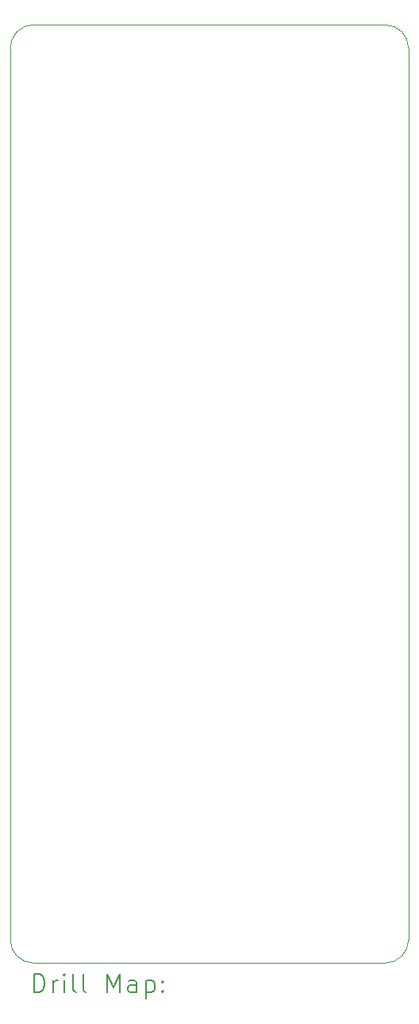
<source format=gbr>
%TF.GenerationSoftware,KiCad,Pcbnew,(6.0.8-1)-1*%
%TF.CreationDate,2023-01-21T16:41:56+01:00*%
%TF.ProjectId,steiner-parker-vcf,73746569-6e65-4722-9d70-61726b65722d,rev?*%
%TF.SameCoordinates,Original*%
%TF.FileFunction,Drillmap*%
%TF.FilePolarity,Positive*%
%FSLAX45Y45*%
G04 Gerber Fmt 4.5, Leading zero omitted, Abs format (unit mm)*
G04 Created by KiCad (PCBNEW (6.0.8-1)-1) date 2023-01-21 16:41:56*
%MOMM*%
%LPD*%
G01*
G04 APERTURE LIST*
%ADD10C,0.050000*%
%ADD11C,0.200000*%
G04 APERTURE END LIST*
D10*
X11250000Y-5000000D02*
G75*
G03*
X11000000Y-5250000I0J-250000D01*
G01*
X15000000Y-15000000D02*
G75*
G03*
X15250000Y-14750000I0J250000D01*
G01*
X11000000Y-14750000D02*
X11000000Y-5250000D01*
X15250000Y-5250000D02*
X15250000Y-14750000D01*
X15250000Y-5250000D02*
G75*
G03*
X15000000Y-5000000I-250000J0D01*
G01*
X11000000Y-14750000D02*
G75*
G03*
X11250000Y-15000000I250000J0D01*
G01*
X11250000Y-5000000D02*
X15000000Y-5000000D01*
X15000000Y-15000000D02*
X11250000Y-15000000D01*
D11*
X11255119Y-15312976D02*
X11255119Y-15112976D01*
X11302738Y-15112976D01*
X11331309Y-15122500D01*
X11350357Y-15141548D01*
X11359881Y-15160595D01*
X11369405Y-15198690D01*
X11369405Y-15227262D01*
X11359881Y-15265357D01*
X11350357Y-15284405D01*
X11331309Y-15303452D01*
X11302738Y-15312976D01*
X11255119Y-15312976D01*
X11455119Y-15312976D02*
X11455119Y-15179643D01*
X11455119Y-15217738D02*
X11464643Y-15198690D01*
X11474167Y-15189167D01*
X11493214Y-15179643D01*
X11512262Y-15179643D01*
X11578928Y-15312976D02*
X11578928Y-15179643D01*
X11578928Y-15112976D02*
X11569405Y-15122500D01*
X11578928Y-15132024D01*
X11588452Y-15122500D01*
X11578928Y-15112976D01*
X11578928Y-15132024D01*
X11702738Y-15312976D02*
X11683690Y-15303452D01*
X11674167Y-15284405D01*
X11674167Y-15112976D01*
X11807500Y-15312976D02*
X11788452Y-15303452D01*
X11778928Y-15284405D01*
X11778928Y-15112976D01*
X12036071Y-15312976D02*
X12036071Y-15112976D01*
X12102738Y-15255833D01*
X12169405Y-15112976D01*
X12169405Y-15312976D01*
X12350357Y-15312976D02*
X12350357Y-15208214D01*
X12340833Y-15189167D01*
X12321786Y-15179643D01*
X12283690Y-15179643D01*
X12264643Y-15189167D01*
X12350357Y-15303452D02*
X12331309Y-15312976D01*
X12283690Y-15312976D01*
X12264643Y-15303452D01*
X12255119Y-15284405D01*
X12255119Y-15265357D01*
X12264643Y-15246309D01*
X12283690Y-15236786D01*
X12331309Y-15236786D01*
X12350357Y-15227262D01*
X12445595Y-15179643D02*
X12445595Y-15379643D01*
X12445595Y-15189167D02*
X12464643Y-15179643D01*
X12502738Y-15179643D01*
X12521786Y-15189167D01*
X12531309Y-15198690D01*
X12540833Y-15217738D01*
X12540833Y-15274881D01*
X12531309Y-15293928D01*
X12521786Y-15303452D01*
X12502738Y-15312976D01*
X12464643Y-15312976D01*
X12445595Y-15303452D01*
X12626548Y-15293928D02*
X12636071Y-15303452D01*
X12626548Y-15312976D01*
X12617024Y-15303452D01*
X12626548Y-15293928D01*
X12626548Y-15312976D01*
X12626548Y-15189167D02*
X12636071Y-15198690D01*
X12626548Y-15208214D01*
X12617024Y-15198690D01*
X12626548Y-15189167D01*
X12626548Y-15208214D01*
M02*

</source>
